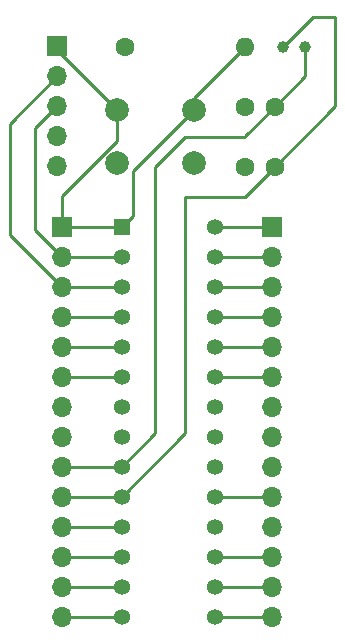
<source format=gbr>
%TF.GenerationSoftware,KiCad,Pcbnew,7.0.5*%
%TF.CreationDate,2024-03-13T05:49:52+05:30*%
%TF.ProjectId,standalone_arduino,7374616e-6461-46c6-9f6e-655f61726475,rev?*%
%TF.SameCoordinates,Original*%
%TF.FileFunction,Copper,L2,Bot*%
%TF.FilePolarity,Positive*%
%FSLAX46Y46*%
G04 Gerber Fmt 4.6, Leading zero omitted, Abs format (unit mm)*
G04 Created by KiCad (PCBNEW 7.0.5) date 2024-03-13 05:49:52*
%MOMM*%
%LPD*%
G01*
G04 APERTURE LIST*
%TA.AperFunction,ComponentPad*%
%ADD10O,1.700000X1.700000*%
%TD*%
%TA.AperFunction,ComponentPad*%
%ADD11R,1.700000X1.700000*%
%TD*%
%TA.AperFunction,ComponentPad*%
%ADD12C,1.600000*%
%TD*%
%TA.AperFunction,ComponentPad*%
%ADD13R,1.358000X1.358000*%
%TD*%
%TA.AperFunction,ComponentPad*%
%ADD14C,1.358000*%
%TD*%
%TA.AperFunction,ComponentPad*%
%ADD15O,1.600000X1.600000*%
%TD*%
%TA.AperFunction,ComponentPad*%
%ADD16C,1.000000*%
%TD*%
%TA.AperFunction,ComponentPad*%
%ADD17C,2.000000*%
%TD*%
%TA.AperFunction,Conductor*%
%ADD18C,0.250000*%
%TD*%
G04 APERTURE END LIST*
D10*
%TO.P,Program1,5*%
%TO.N,+5V*%
X160050000Y-71100000D03*
%TO.P,Program1,4*%
%TO.N,GND*%
X160050000Y-68560000D03*
%TO.P,Program1,3*%
%TO.N,/RXD*%
X160050000Y-66020000D03*
%TO.P,Program1,2*%
%TO.N,/TXD*%
X160050000Y-63480000D03*
D11*
%TO.P,Program1,1*%
%TO.N,/RST*%
X160050000Y-60940000D03*
%TD*%
D12*
%TO.P,C1,1*%
%TO.N,GND*%
X175970000Y-66040000D03*
%TO.P,C1,2*%
%TO.N,/XTAL1*%
X178470000Y-66040000D03*
%TD*%
D11*
%TO.P,J1,1*%
%TO.N,/RST*%
X160430000Y-76200000D03*
D10*
%TO.P,J1,2*%
%TO.N,/RXD*%
X160430000Y-78740000D03*
%TO.P,J1,3*%
%TO.N,/TXD*%
X160430000Y-81280000D03*
%TO.P,J1,4*%
%TO.N,/D02*%
X160430000Y-83820000D03*
%TO.P,J1,5*%
%TO.N,/D03*%
X160430000Y-86360000D03*
%TO.P,J1,6*%
%TO.N,/D04*%
X160430000Y-88900000D03*
%TO.P,J1,7*%
%TO.N,+5V*%
X160430000Y-91440000D03*
%TO.P,J1,8*%
%TO.N,GND*%
X160430000Y-93980000D03*
%TO.P,J1,9*%
%TO.N,/XTAL1*%
X160430000Y-96520000D03*
%TO.P,J1,10*%
%TO.N,/XTAL2*%
X160430000Y-99060000D03*
%TO.P,J1,11*%
%TO.N,/D05*%
X160430000Y-101600000D03*
%TO.P,J1,12*%
%TO.N,/D06*%
X160430000Y-104140000D03*
%TO.P,J1,13*%
%TO.N,/D07*%
X160430000Y-106680000D03*
%TO.P,J1,14*%
%TO.N,/D08*%
X160430000Y-109220000D03*
%TD*%
D12*
%TO.P,C2,1*%
%TO.N,GND*%
X175970000Y-71120000D03*
%TO.P,C2,2*%
%TO.N,/XTAL2*%
X178470000Y-71120000D03*
%TD*%
D13*
%TO.P,U1,1,PC6/~{RESET}*%
%TO.N,/RST*%
X165510000Y-76200000D03*
D14*
%TO.P,U1,2,PD0*%
%TO.N,/RXD*%
X165510000Y-78740000D03*
%TO.P,U1,3,PD1*%
%TO.N,/TXD*%
X165510000Y-81280000D03*
%TO.P,U1,4,PD2*%
%TO.N,/D02*%
X165510000Y-83820000D03*
%TO.P,U1,5,PD3*%
%TO.N,/D03*%
X165510000Y-86360000D03*
%TO.P,U1,6,PD4*%
%TO.N,/D04*%
X165510000Y-88900000D03*
%TO.P,U1,7,VCC*%
%TO.N,+5V*%
X165510000Y-91440000D03*
%TO.P,U1,8,GND*%
%TO.N,GND*%
X165510000Y-93980000D03*
%TO.P,U1,9,PB6*%
%TO.N,/XTAL1*%
X165510000Y-96520000D03*
%TO.P,U1,10,PB7*%
%TO.N,/XTAL2*%
X165510000Y-99060000D03*
%TO.P,U1,11,PD5*%
%TO.N,/D05*%
X165510000Y-101600000D03*
%TO.P,U1,12,PD6*%
%TO.N,/D06*%
X165510000Y-104140000D03*
%TO.P,U1,13,PD7*%
%TO.N,/D07*%
X165510000Y-106680000D03*
%TO.P,U1,14,PB0*%
%TO.N,/D08*%
X165510000Y-109220000D03*
%TO.P,U1,15,PB1*%
%TO.N,/D09*%
X173430000Y-109220000D03*
%TO.P,U1,16,PB2*%
%TO.N,/D10*%
X173430000Y-106680000D03*
%TO.P,U1,17,PB3*%
%TO.N,/D11*%
X173430000Y-104140000D03*
%TO.P,U1,18,PB4*%
%TO.N,/D12*%
X173430000Y-101600000D03*
%TO.P,U1,19,PB5*%
%TO.N,/D13*%
X173430000Y-99060000D03*
%TO.P,U1,20,AVCC*%
%TO.N,+5V*%
X173430000Y-96520000D03*
%TO.P,U1,21,AREF*%
%TO.N,/AREF*%
X173430000Y-93980000D03*
%TO.P,U1,22,GND*%
%TO.N,GND*%
X173430000Y-91440000D03*
%TO.P,U1,23,PC0*%
%TO.N,/ADC0*%
X173430000Y-88900000D03*
%TO.P,U1,24,PC1*%
%TO.N,/ADC1*%
X173430000Y-86360000D03*
%TO.P,U1,25,PC2*%
%TO.N,/ADC2*%
X173430000Y-83820000D03*
%TO.P,U1,26,PC3*%
%TO.N,/ADC3*%
X173430000Y-81280000D03*
%TO.P,U1,27,PC4*%
%TO.N,/ADC4*%
X173430000Y-78740000D03*
%TO.P,U1,28,PC5*%
%TO.N,/ADC5*%
X173430000Y-76200000D03*
%TD*%
D12*
%TO.P,R1,1*%
%TO.N,+5V*%
X165810000Y-60960000D03*
D15*
%TO.P,R1,2*%
%TO.N,/RST*%
X175970000Y-60960000D03*
%TD*%
D16*
%TO.P,Y1,1,1*%
%TO.N,/XTAL2*%
X179150000Y-60960000D03*
%TO.P,Y1,2,2*%
%TO.N,/XTAL1*%
X181050000Y-60960000D03*
%TD*%
D11*
%TO.P,J2,1*%
%TO.N,/ADC5*%
X178210000Y-76200000D03*
D10*
%TO.P,J2,2*%
%TO.N,/ADC4*%
X178210000Y-78740000D03*
%TO.P,J2,3*%
%TO.N,/ADC3*%
X178210000Y-81280000D03*
%TO.P,J2,4*%
%TO.N,/ADC2*%
X178210000Y-83820000D03*
%TO.P,J2,5*%
%TO.N,/ADC1*%
X178210000Y-86360000D03*
%TO.P,J2,6*%
%TO.N,/ADC0*%
X178210000Y-88900000D03*
%TO.P,J2,7*%
%TO.N,GND*%
X178210000Y-91440000D03*
%TO.P,J2,8*%
%TO.N,/AREF*%
X178210000Y-93980000D03*
%TO.P,J2,9*%
%TO.N,+5V*%
X178210000Y-96520000D03*
%TO.P,J2,10*%
%TO.N,/D13*%
X178210000Y-99060000D03*
%TO.P,J2,11*%
%TO.N,/D12*%
X178210000Y-101600000D03*
%TO.P,J2,12*%
%TO.N,/D11*%
X178210000Y-104140000D03*
%TO.P,J2,13*%
%TO.N,/D10*%
X178210000Y-106680000D03*
%TO.P,J2,14*%
%TO.N,/D09*%
X178210000Y-109220000D03*
%TD*%
D17*
%TO.P,SW1,1*%
%TO.N,/RST*%
X165100000Y-66330000D03*
X171600000Y-66330000D03*
%TO.P,SW1,2*%
%TO.N,GND*%
X165100000Y-70830000D03*
X171600000Y-70830000D03*
%TD*%
D18*
%TO.N,/XTAL2*%
X183590000Y-66000000D02*
X178470000Y-71120000D01*
X183590000Y-58420000D02*
X183590000Y-66000000D01*
X179150000Y-60960000D02*
X181690000Y-58420000D01*
X181690000Y-58420000D02*
X183590000Y-58420000D01*
X178510000Y-71120000D02*
X178470000Y-71120000D01*
X175970000Y-73660000D02*
X178510000Y-71120000D01*
X170890000Y-93680000D02*
X170890000Y-73660000D01*
X165510000Y-99060000D02*
X170890000Y-93680000D01*
X170890000Y-73660000D02*
X175970000Y-73660000D01*
%TO.N,/RXD*%
X158190000Y-67880000D02*
X160050000Y-66020000D01*
X158190000Y-76500000D02*
X158190000Y-67880000D01*
X160430000Y-78740000D02*
X158190000Y-76500000D01*
%TO.N,/TXD*%
X156025000Y-76875000D02*
X160430000Y-81280000D01*
X156025000Y-67505000D02*
X156025000Y-76875000D01*
X160050000Y-63480000D02*
X156025000Y-67505000D01*
%TO.N,/XTAL1*%
X175970000Y-68580000D02*
X175970000Y-68540000D01*
X168350000Y-71120000D02*
X170890000Y-68580000D01*
X175970000Y-68540000D02*
X178470000Y-66040000D01*
X170890000Y-68580000D02*
X175970000Y-68580000D01*
X168350000Y-93680000D02*
X168350000Y-71120000D01*
X165510000Y-96520000D02*
X168350000Y-93680000D01*
X160430000Y-96520000D02*
X165510000Y-96520000D01*
X181050000Y-60960000D02*
X181050000Y-63460000D01*
X181050000Y-63460000D02*
X178470000Y-66040000D01*
%TO.N,/RXD*%
X160430000Y-78740000D02*
X165510000Y-78740000D01*
%TO.N,/RST*%
X160050000Y-61280000D02*
X165100000Y-66330000D01*
X160050000Y-60940000D02*
X160050000Y-61280000D01*
X171600000Y-65330000D02*
X171600000Y-66330000D01*
X175970000Y-60960000D02*
X171600000Y-65330000D01*
X166425000Y-71505000D02*
X171600000Y-66330000D01*
X166425000Y-75285000D02*
X166425000Y-71505000D01*
X165510000Y-76200000D02*
X166425000Y-75285000D01*
X165100000Y-68956167D02*
X165100000Y-66330000D01*
X160430000Y-73626167D02*
X165100000Y-68956167D01*
X160430000Y-76200000D02*
X160430000Y-73626167D01*
%TO.N,/D04*%
X165510000Y-88900000D02*
X160430000Y-88900000D01*
%TO.N,/D03*%
X165510000Y-86360000D02*
X160430000Y-86360000D01*
%TO.N,/D02*%
X165510000Y-83820000D02*
X160430000Y-83820000D01*
%TO.N,/TXD*%
X165510000Y-81280000D02*
X160430000Y-81280000D01*
%TO.N,/RST*%
X165510000Y-76200000D02*
X160430000Y-76200000D01*
%TO.N,/ADC5*%
X178210000Y-76200000D02*
X173430000Y-76200000D01*
%TO.N,/ADC4*%
X178210000Y-78740000D02*
X173430000Y-78740000D01*
%TO.N,/ADC3*%
X173430000Y-81280000D02*
X178210000Y-81280000D01*
%TO.N,/ADC2*%
X173430000Y-83820000D02*
X178210000Y-83820000D01*
%TO.N,/ADC1*%
X173430000Y-86360000D02*
X178210000Y-86360000D01*
%TO.N,/ADC0*%
X173430000Y-88900000D02*
X178210000Y-88900000D01*
%TO.N,/D13*%
X173430000Y-99060000D02*
X178210000Y-99060000D01*
%TO.N,/D11*%
X173430000Y-104140000D02*
X178210000Y-104140000D01*
%TO.N,/D10*%
X173430000Y-106680000D02*
X178210000Y-106680000D01*
%TO.N,/D09*%
X173430000Y-109220000D02*
X178210000Y-109220000D01*
%TO.N,/D08*%
X165510000Y-109220000D02*
X160430000Y-109220000D01*
%TO.N,/D07*%
X165510000Y-106680000D02*
X160430000Y-106680000D01*
%TO.N,/D06*%
X165510000Y-104140000D02*
X160430000Y-104140000D01*
%TO.N,/D05*%
X165510000Y-101600000D02*
X160430000Y-101600000D01*
%TO.N,/XTAL2*%
X165510000Y-99060000D02*
X160430000Y-99060000D01*
%TD*%
M02*

</source>
